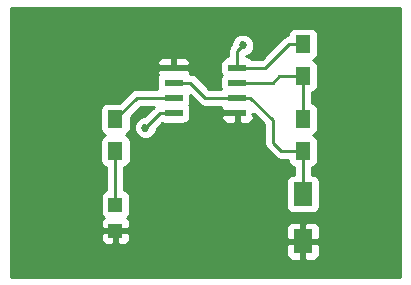
<source format=gtl>
G04 #@! TF.FileFunction,Copper,L1,Top,Signal*
%FSLAX46Y46*%
G04 Gerber Fmt 4.6, Leading zero omitted, Abs format (unit mm)*
G04 Created by KiCad (PCBNEW 4.0.5) date Sat Feb 25 16:09:27 2017*
%MOMM*%
%LPD*%
G01*
G04 APERTURE LIST*
%ADD10C,0.100000*%
%ADD11R,1.600000X2.000000*%
%ADD12R,1.200000X1.200000*%
%ADD13R,1.300000X1.500000*%
%ADD14R,1.550000X0.600000*%
%ADD15C,0.685800*%
%ADD16C,0.254000*%
G04 APERTURE END LIST*
D10*
D11*
X132080000Y-97695000D03*
X132080000Y-101695000D03*
D12*
X116205000Y-98595000D03*
X116205000Y-100795000D03*
D13*
X132080000Y-85010000D03*
X132080000Y-87710000D03*
X132080000Y-91360000D03*
X132080000Y-94060000D03*
X116205000Y-91360000D03*
X116205000Y-94060000D03*
D14*
X121125000Y-86995000D03*
X121125000Y-88265000D03*
X121125000Y-89535000D03*
X121125000Y-90805000D03*
X126525000Y-90805000D03*
X126525000Y-89535000D03*
X126525000Y-88265000D03*
X126525000Y-86995000D03*
D15*
X123825000Y-98425000D03*
X118745000Y-92075000D03*
X127000000Y-85090000D03*
D16*
X126525000Y-89535000D02*
X127635000Y-89535000D01*
X130255000Y-94060000D02*
X132080000Y-94060000D01*
X129540000Y-93345000D02*
X130255000Y-94060000D01*
X129540000Y-91440000D02*
X129540000Y-93345000D01*
X127635000Y-89535000D02*
X129540000Y-91440000D01*
X121125000Y-88265000D02*
X122555000Y-88265000D01*
X123825000Y-89535000D02*
X126525000Y-89535000D01*
X122555000Y-88265000D02*
X123825000Y-89535000D01*
X132080000Y-94060000D02*
X132080000Y-97695000D01*
X116205000Y-94060000D02*
X116205000Y-98595000D01*
X121125000Y-90805000D02*
X120015000Y-90805000D01*
X120015000Y-90805000D02*
X118745000Y-92075000D01*
X126525000Y-86995000D02*
X126525000Y-85565000D01*
X126525000Y-85565000D02*
X127000000Y-85090000D01*
X126525000Y-86995000D02*
X128905000Y-86995000D01*
X130890000Y-85010000D02*
X132080000Y-85010000D01*
X128905000Y-86995000D02*
X130890000Y-85010000D01*
X126525000Y-88265000D02*
X129540000Y-88265000D01*
X130095000Y-87710000D02*
X132080000Y-87710000D01*
X129540000Y-88265000D02*
X130095000Y-87710000D01*
X132080000Y-87710000D02*
X132080000Y-91360000D01*
X121125000Y-89535000D02*
X118030000Y-89535000D01*
X118030000Y-89535000D02*
X116205000Y-91360000D01*
G36*
X140260000Y-104700000D02*
X107390000Y-104700000D01*
X107390000Y-101080750D01*
X114970000Y-101080750D01*
X114970000Y-101521309D01*
X115066673Y-101754698D01*
X115245301Y-101933327D01*
X115478690Y-102030000D01*
X115919250Y-102030000D01*
X116078000Y-101871250D01*
X116078000Y-100922000D01*
X116332000Y-100922000D01*
X116332000Y-101871250D01*
X116490750Y-102030000D01*
X116931310Y-102030000D01*
X117050209Y-101980750D01*
X130645000Y-101980750D01*
X130645000Y-102821309D01*
X130741673Y-103054698D01*
X130920301Y-103233327D01*
X131153690Y-103330000D01*
X131794250Y-103330000D01*
X131953000Y-103171250D01*
X131953000Y-101822000D01*
X132207000Y-101822000D01*
X132207000Y-103171250D01*
X132365750Y-103330000D01*
X133006310Y-103330000D01*
X133239699Y-103233327D01*
X133418327Y-103054698D01*
X133515000Y-102821309D01*
X133515000Y-101980750D01*
X133356250Y-101822000D01*
X132207000Y-101822000D01*
X131953000Y-101822000D01*
X130803750Y-101822000D01*
X130645000Y-101980750D01*
X117050209Y-101980750D01*
X117164699Y-101933327D01*
X117343327Y-101754698D01*
X117440000Y-101521309D01*
X117440000Y-101080750D01*
X117281250Y-100922000D01*
X116332000Y-100922000D01*
X116078000Y-100922000D01*
X115128750Y-100922000D01*
X114970000Y-101080750D01*
X107390000Y-101080750D01*
X107390000Y-90610000D01*
X114907560Y-90610000D01*
X114907560Y-92110000D01*
X114951838Y-92345317D01*
X115090910Y-92561441D01*
X115303110Y-92706431D01*
X115316197Y-92709081D01*
X115103559Y-92845910D01*
X114958569Y-93058110D01*
X114907560Y-93310000D01*
X114907560Y-94810000D01*
X114951838Y-95045317D01*
X115090910Y-95261441D01*
X115303110Y-95406431D01*
X115443000Y-95434759D01*
X115443000Y-97378042D01*
X115369683Y-97391838D01*
X115153559Y-97530910D01*
X115008569Y-97743110D01*
X114957560Y-97995000D01*
X114957560Y-99195000D01*
X115001838Y-99430317D01*
X115140910Y-99646441D01*
X115209006Y-99692969D01*
X115066673Y-99835302D01*
X114970000Y-100068691D01*
X114970000Y-100509250D01*
X115128750Y-100668000D01*
X116078000Y-100668000D01*
X116078000Y-100648000D01*
X116332000Y-100648000D01*
X116332000Y-100668000D01*
X117281250Y-100668000D01*
X117380559Y-100568691D01*
X130645000Y-100568691D01*
X130645000Y-101409250D01*
X130803750Y-101568000D01*
X131953000Y-101568000D01*
X131953000Y-100218750D01*
X132207000Y-100218750D01*
X132207000Y-101568000D01*
X133356250Y-101568000D01*
X133515000Y-101409250D01*
X133515000Y-100568691D01*
X133418327Y-100335302D01*
X133239699Y-100156673D01*
X133006310Y-100060000D01*
X132365750Y-100060000D01*
X132207000Y-100218750D01*
X131953000Y-100218750D01*
X131794250Y-100060000D01*
X131153690Y-100060000D01*
X130920301Y-100156673D01*
X130741673Y-100335302D01*
X130645000Y-100568691D01*
X117380559Y-100568691D01*
X117440000Y-100509250D01*
X117440000Y-100068691D01*
X117343327Y-99835302D01*
X117202090Y-99694064D01*
X117256441Y-99659090D01*
X117401431Y-99446890D01*
X117452440Y-99195000D01*
X117452440Y-97995000D01*
X117408162Y-97759683D01*
X117269090Y-97543559D01*
X117056890Y-97398569D01*
X116967000Y-97380366D01*
X116967000Y-95436366D01*
X117090317Y-95413162D01*
X117306441Y-95274090D01*
X117451431Y-95061890D01*
X117502440Y-94810000D01*
X117502440Y-93310000D01*
X117458162Y-93074683D01*
X117319090Y-92858559D01*
X117106890Y-92713569D01*
X117093803Y-92710919D01*
X117306441Y-92574090D01*
X117451431Y-92361890D01*
X117502440Y-92110000D01*
X117502440Y-91140190D01*
X118345631Y-90297000D01*
X119445369Y-90297000D01*
X118645357Y-91097013D01*
X118551337Y-91096931D01*
X118191788Y-91245493D01*
X117916460Y-91520341D01*
X117767270Y-91879630D01*
X117766931Y-92268663D01*
X117915493Y-92628212D01*
X118190341Y-92903540D01*
X118549630Y-93052730D01*
X118938663Y-93053069D01*
X119298212Y-92904507D01*
X119573540Y-92629659D01*
X119722730Y-92270370D01*
X119722813Y-92174817D01*
X120179681Y-91717950D01*
X120350000Y-91752440D01*
X121900000Y-91752440D01*
X122135317Y-91708162D01*
X122351441Y-91569090D01*
X122496431Y-91356890D01*
X122547440Y-91105000D01*
X122547440Y-91090750D01*
X125115000Y-91090750D01*
X125115000Y-91231310D01*
X125211673Y-91464699D01*
X125390302Y-91643327D01*
X125623691Y-91740000D01*
X126239250Y-91740000D01*
X126398000Y-91581250D01*
X126398000Y-90932000D01*
X125273750Y-90932000D01*
X125115000Y-91090750D01*
X122547440Y-91090750D01*
X122547440Y-90505000D01*
X122503162Y-90269683D01*
X122439322Y-90170472D01*
X122496431Y-90086890D01*
X122547440Y-89835000D01*
X122547440Y-89335070D01*
X123286184Y-90073815D01*
X123533395Y-90238996D01*
X123825000Y-90297000D01*
X125148837Y-90297000D01*
X125115000Y-90378690D01*
X125115000Y-90519250D01*
X125273750Y-90678000D01*
X126398000Y-90678000D01*
X126398000Y-90658000D01*
X126652000Y-90658000D01*
X126652000Y-90678000D01*
X126672000Y-90678000D01*
X126672000Y-90932000D01*
X126652000Y-90932000D01*
X126652000Y-91581250D01*
X126810750Y-91740000D01*
X127426309Y-91740000D01*
X127659698Y-91643327D01*
X127838327Y-91464699D01*
X127935000Y-91231310D01*
X127935000Y-91090750D01*
X127776252Y-90932002D01*
X127935000Y-90932002D01*
X127935000Y-90912630D01*
X128778000Y-91755630D01*
X128778000Y-93345000D01*
X128836004Y-93636605D01*
X129001185Y-93883815D01*
X129716185Y-94598816D01*
X129864377Y-94697834D01*
X129963395Y-94763996D01*
X130255000Y-94822000D01*
X130784818Y-94822000D01*
X130826838Y-95045317D01*
X130965910Y-95261441D01*
X131178110Y-95406431D01*
X131318000Y-95434759D01*
X131318000Y-96047560D01*
X131280000Y-96047560D01*
X131044683Y-96091838D01*
X130828559Y-96230910D01*
X130683569Y-96443110D01*
X130632560Y-96695000D01*
X130632560Y-98695000D01*
X130676838Y-98930317D01*
X130815910Y-99146441D01*
X131028110Y-99291431D01*
X131280000Y-99342440D01*
X132880000Y-99342440D01*
X133115317Y-99298162D01*
X133331441Y-99159090D01*
X133476431Y-98946890D01*
X133527440Y-98695000D01*
X133527440Y-96695000D01*
X133483162Y-96459683D01*
X133344090Y-96243559D01*
X133131890Y-96098569D01*
X132880000Y-96047560D01*
X132842000Y-96047560D01*
X132842000Y-95436366D01*
X132965317Y-95413162D01*
X133181441Y-95274090D01*
X133326431Y-95061890D01*
X133377440Y-94810000D01*
X133377440Y-93310000D01*
X133333162Y-93074683D01*
X133194090Y-92858559D01*
X132981890Y-92713569D01*
X132968803Y-92710919D01*
X133181441Y-92574090D01*
X133326431Y-92361890D01*
X133377440Y-92110000D01*
X133377440Y-90610000D01*
X133333162Y-90374683D01*
X133194090Y-90158559D01*
X132981890Y-90013569D01*
X132842000Y-89985241D01*
X132842000Y-89086366D01*
X132965317Y-89063162D01*
X133181441Y-88924090D01*
X133326431Y-88711890D01*
X133377440Y-88460000D01*
X133377440Y-86960000D01*
X133333162Y-86724683D01*
X133194090Y-86508559D01*
X132981890Y-86363569D01*
X132968803Y-86360919D01*
X133181441Y-86224090D01*
X133326431Y-86011890D01*
X133377440Y-85760000D01*
X133377440Y-84260000D01*
X133333162Y-84024683D01*
X133194090Y-83808559D01*
X132981890Y-83663569D01*
X132730000Y-83612560D01*
X131430000Y-83612560D01*
X131194683Y-83656838D01*
X130978559Y-83795910D01*
X130833569Y-84008110D01*
X130782560Y-84260000D01*
X130782560Y-84269371D01*
X130598395Y-84306004D01*
X130478667Y-84386004D01*
X130351185Y-84471185D01*
X128589370Y-86233000D01*
X127748636Y-86233000D01*
X127551890Y-86098569D01*
X127300000Y-86047560D01*
X127287000Y-86047560D01*
X127287000Y-86029503D01*
X127553212Y-85919507D01*
X127828540Y-85644659D01*
X127977730Y-85285370D01*
X127978069Y-84896337D01*
X127829507Y-84536788D01*
X127554659Y-84261460D01*
X127195370Y-84112270D01*
X126806337Y-84111931D01*
X126446788Y-84260493D01*
X126171460Y-84535341D01*
X126022270Y-84894630D01*
X126022187Y-84990183D01*
X125986185Y-85026185D01*
X125821004Y-85273395D01*
X125763000Y-85565000D01*
X125763000Y-86047560D01*
X125750000Y-86047560D01*
X125514683Y-86091838D01*
X125298559Y-86230910D01*
X125153569Y-86443110D01*
X125102560Y-86695000D01*
X125102560Y-87295000D01*
X125146838Y-87530317D01*
X125210678Y-87629528D01*
X125153569Y-87713110D01*
X125102560Y-87965000D01*
X125102560Y-88565000D01*
X125141698Y-88773000D01*
X124140631Y-88773000D01*
X123093815Y-87726185D01*
X123074247Y-87713110D01*
X122846605Y-87561004D01*
X122555000Y-87503000D01*
X122501163Y-87503000D01*
X122535000Y-87421310D01*
X122535000Y-87280750D01*
X122376250Y-87122000D01*
X121252000Y-87122000D01*
X121252000Y-87142000D01*
X120998000Y-87142000D01*
X120998000Y-87122000D01*
X119873750Y-87122000D01*
X119715000Y-87280750D01*
X119715000Y-87421310D01*
X119804806Y-87638122D01*
X119753569Y-87713110D01*
X119702560Y-87965000D01*
X119702560Y-88565000D01*
X119741698Y-88773000D01*
X118030000Y-88773000D01*
X117738395Y-88831004D01*
X117639377Y-88897166D01*
X117491185Y-88996184D01*
X116524810Y-89962560D01*
X115555000Y-89962560D01*
X115319683Y-90006838D01*
X115103559Y-90145910D01*
X114958569Y-90358110D01*
X114907560Y-90610000D01*
X107390000Y-90610000D01*
X107390000Y-86568690D01*
X119715000Y-86568690D01*
X119715000Y-86709250D01*
X119873750Y-86868000D01*
X120998000Y-86868000D01*
X120998000Y-86218750D01*
X121252000Y-86218750D01*
X121252000Y-86868000D01*
X122376250Y-86868000D01*
X122535000Y-86709250D01*
X122535000Y-86568690D01*
X122438327Y-86335301D01*
X122259698Y-86156673D01*
X122026309Y-86060000D01*
X121410750Y-86060000D01*
X121252000Y-86218750D01*
X120998000Y-86218750D01*
X120839250Y-86060000D01*
X120223691Y-86060000D01*
X119990302Y-86156673D01*
X119811673Y-86335301D01*
X119715000Y-86568690D01*
X107390000Y-86568690D01*
X107390000Y-81990000D01*
X140260000Y-81990000D01*
X140260000Y-104700000D01*
X140260000Y-104700000D01*
G37*
X140260000Y-104700000D02*
X107390000Y-104700000D01*
X107390000Y-101080750D01*
X114970000Y-101080750D01*
X114970000Y-101521309D01*
X115066673Y-101754698D01*
X115245301Y-101933327D01*
X115478690Y-102030000D01*
X115919250Y-102030000D01*
X116078000Y-101871250D01*
X116078000Y-100922000D01*
X116332000Y-100922000D01*
X116332000Y-101871250D01*
X116490750Y-102030000D01*
X116931310Y-102030000D01*
X117050209Y-101980750D01*
X130645000Y-101980750D01*
X130645000Y-102821309D01*
X130741673Y-103054698D01*
X130920301Y-103233327D01*
X131153690Y-103330000D01*
X131794250Y-103330000D01*
X131953000Y-103171250D01*
X131953000Y-101822000D01*
X132207000Y-101822000D01*
X132207000Y-103171250D01*
X132365750Y-103330000D01*
X133006310Y-103330000D01*
X133239699Y-103233327D01*
X133418327Y-103054698D01*
X133515000Y-102821309D01*
X133515000Y-101980750D01*
X133356250Y-101822000D01*
X132207000Y-101822000D01*
X131953000Y-101822000D01*
X130803750Y-101822000D01*
X130645000Y-101980750D01*
X117050209Y-101980750D01*
X117164699Y-101933327D01*
X117343327Y-101754698D01*
X117440000Y-101521309D01*
X117440000Y-101080750D01*
X117281250Y-100922000D01*
X116332000Y-100922000D01*
X116078000Y-100922000D01*
X115128750Y-100922000D01*
X114970000Y-101080750D01*
X107390000Y-101080750D01*
X107390000Y-90610000D01*
X114907560Y-90610000D01*
X114907560Y-92110000D01*
X114951838Y-92345317D01*
X115090910Y-92561441D01*
X115303110Y-92706431D01*
X115316197Y-92709081D01*
X115103559Y-92845910D01*
X114958569Y-93058110D01*
X114907560Y-93310000D01*
X114907560Y-94810000D01*
X114951838Y-95045317D01*
X115090910Y-95261441D01*
X115303110Y-95406431D01*
X115443000Y-95434759D01*
X115443000Y-97378042D01*
X115369683Y-97391838D01*
X115153559Y-97530910D01*
X115008569Y-97743110D01*
X114957560Y-97995000D01*
X114957560Y-99195000D01*
X115001838Y-99430317D01*
X115140910Y-99646441D01*
X115209006Y-99692969D01*
X115066673Y-99835302D01*
X114970000Y-100068691D01*
X114970000Y-100509250D01*
X115128750Y-100668000D01*
X116078000Y-100668000D01*
X116078000Y-100648000D01*
X116332000Y-100648000D01*
X116332000Y-100668000D01*
X117281250Y-100668000D01*
X117380559Y-100568691D01*
X130645000Y-100568691D01*
X130645000Y-101409250D01*
X130803750Y-101568000D01*
X131953000Y-101568000D01*
X131953000Y-100218750D01*
X132207000Y-100218750D01*
X132207000Y-101568000D01*
X133356250Y-101568000D01*
X133515000Y-101409250D01*
X133515000Y-100568691D01*
X133418327Y-100335302D01*
X133239699Y-100156673D01*
X133006310Y-100060000D01*
X132365750Y-100060000D01*
X132207000Y-100218750D01*
X131953000Y-100218750D01*
X131794250Y-100060000D01*
X131153690Y-100060000D01*
X130920301Y-100156673D01*
X130741673Y-100335302D01*
X130645000Y-100568691D01*
X117380559Y-100568691D01*
X117440000Y-100509250D01*
X117440000Y-100068691D01*
X117343327Y-99835302D01*
X117202090Y-99694064D01*
X117256441Y-99659090D01*
X117401431Y-99446890D01*
X117452440Y-99195000D01*
X117452440Y-97995000D01*
X117408162Y-97759683D01*
X117269090Y-97543559D01*
X117056890Y-97398569D01*
X116967000Y-97380366D01*
X116967000Y-95436366D01*
X117090317Y-95413162D01*
X117306441Y-95274090D01*
X117451431Y-95061890D01*
X117502440Y-94810000D01*
X117502440Y-93310000D01*
X117458162Y-93074683D01*
X117319090Y-92858559D01*
X117106890Y-92713569D01*
X117093803Y-92710919D01*
X117306441Y-92574090D01*
X117451431Y-92361890D01*
X117502440Y-92110000D01*
X117502440Y-91140190D01*
X118345631Y-90297000D01*
X119445369Y-90297000D01*
X118645357Y-91097013D01*
X118551337Y-91096931D01*
X118191788Y-91245493D01*
X117916460Y-91520341D01*
X117767270Y-91879630D01*
X117766931Y-92268663D01*
X117915493Y-92628212D01*
X118190341Y-92903540D01*
X118549630Y-93052730D01*
X118938663Y-93053069D01*
X119298212Y-92904507D01*
X119573540Y-92629659D01*
X119722730Y-92270370D01*
X119722813Y-92174817D01*
X120179681Y-91717950D01*
X120350000Y-91752440D01*
X121900000Y-91752440D01*
X122135317Y-91708162D01*
X122351441Y-91569090D01*
X122496431Y-91356890D01*
X122547440Y-91105000D01*
X122547440Y-91090750D01*
X125115000Y-91090750D01*
X125115000Y-91231310D01*
X125211673Y-91464699D01*
X125390302Y-91643327D01*
X125623691Y-91740000D01*
X126239250Y-91740000D01*
X126398000Y-91581250D01*
X126398000Y-90932000D01*
X125273750Y-90932000D01*
X125115000Y-91090750D01*
X122547440Y-91090750D01*
X122547440Y-90505000D01*
X122503162Y-90269683D01*
X122439322Y-90170472D01*
X122496431Y-90086890D01*
X122547440Y-89835000D01*
X122547440Y-89335070D01*
X123286184Y-90073815D01*
X123533395Y-90238996D01*
X123825000Y-90297000D01*
X125148837Y-90297000D01*
X125115000Y-90378690D01*
X125115000Y-90519250D01*
X125273750Y-90678000D01*
X126398000Y-90678000D01*
X126398000Y-90658000D01*
X126652000Y-90658000D01*
X126652000Y-90678000D01*
X126672000Y-90678000D01*
X126672000Y-90932000D01*
X126652000Y-90932000D01*
X126652000Y-91581250D01*
X126810750Y-91740000D01*
X127426309Y-91740000D01*
X127659698Y-91643327D01*
X127838327Y-91464699D01*
X127935000Y-91231310D01*
X127935000Y-91090750D01*
X127776252Y-90932002D01*
X127935000Y-90932002D01*
X127935000Y-90912630D01*
X128778000Y-91755630D01*
X128778000Y-93345000D01*
X128836004Y-93636605D01*
X129001185Y-93883815D01*
X129716185Y-94598816D01*
X129864377Y-94697834D01*
X129963395Y-94763996D01*
X130255000Y-94822000D01*
X130784818Y-94822000D01*
X130826838Y-95045317D01*
X130965910Y-95261441D01*
X131178110Y-95406431D01*
X131318000Y-95434759D01*
X131318000Y-96047560D01*
X131280000Y-96047560D01*
X131044683Y-96091838D01*
X130828559Y-96230910D01*
X130683569Y-96443110D01*
X130632560Y-96695000D01*
X130632560Y-98695000D01*
X130676838Y-98930317D01*
X130815910Y-99146441D01*
X131028110Y-99291431D01*
X131280000Y-99342440D01*
X132880000Y-99342440D01*
X133115317Y-99298162D01*
X133331441Y-99159090D01*
X133476431Y-98946890D01*
X133527440Y-98695000D01*
X133527440Y-96695000D01*
X133483162Y-96459683D01*
X133344090Y-96243559D01*
X133131890Y-96098569D01*
X132880000Y-96047560D01*
X132842000Y-96047560D01*
X132842000Y-95436366D01*
X132965317Y-95413162D01*
X133181441Y-95274090D01*
X133326431Y-95061890D01*
X133377440Y-94810000D01*
X133377440Y-93310000D01*
X133333162Y-93074683D01*
X133194090Y-92858559D01*
X132981890Y-92713569D01*
X132968803Y-92710919D01*
X133181441Y-92574090D01*
X133326431Y-92361890D01*
X133377440Y-92110000D01*
X133377440Y-90610000D01*
X133333162Y-90374683D01*
X133194090Y-90158559D01*
X132981890Y-90013569D01*
X132842000Y-89985241D01*
X132842000Y-89086366D01*
X132965317Y-89063162D01*
X133181441Y-88924090D01*
X133326431Y-88711890D01*
X133377440Y-88460000D01*
X133377440Y-86960000D01*
X133333162Y-86724683D01*
X133194090Y-86508559D01*
X132981890Y-86363569D01*
X132968803Y-86360919D01*
X133181441Y-86224090D01*
X133326431Y-86011890D01*
X133377440Y-85760000D01*
X133377440Y-84260000D01*
X133333162Y-84024683D01*
X133194090Y-83808559D01*
X132981890Y-83663569D01*
X132730000Y-83612560D01*
X131430000Y-83612560D01*
X131194683Y-83656838D01*
X130978559Y-83795910D01*
X130833569Y-84008110D01*
X130782560Y-84260000D01*
X130782560Y-84269371D01*
X130598395Y-84306004D01*
X130478667Y-84386004D01*
X130351185Y-84471185D01*
X128589370Y-86233000D01*
X127748636Y-86233000D01*
X127551890Y-86098569D01*
X127300000Y-86047560D01*
X127287000Y-86047560D01*
X127287000Y-86029503D01*
X127553212Y-85919507D01*
X127828540Y-85644659D01*
X127977730Y-85285370D01*
X127978069Y-84896337D01*
X127829507Y-84536788D01*
X127554659Y-84261460D01*
X127195370Y-84112270D01*
X126806337Y-84111931D01*
X126446788Y-84260493D01*
X126171460Y-84535341D01*
X126022270Y-84894630D01*
X126022187Y-84990183D01*
X125986185Y-85026185D01*
X125821004Y-85273395D01*
X125763000Y-85565000D01*
X125763000Y-86047560D01*
X125750000Y-86047560D01*
X125514683Y-86091838D01*
X125298559Y-86230910D01*
X125153569Y-86443110D01*
X125102560Y-86695000D01*
X125102560Y-87295000D01*
X125146838Y-87530317D01*
X125210678Y-87629528D01*
X125153569Y-87713110D01*
X125102560Y-87965000D01*
X125102560Y-88565000D01*
X125141698Y-88773000D01*
X124140631Y-88773000D01*
X123093815Y-87726185D01*
X123074247Y-87713110D01*
X122846605Y-87561004D01*
X122555000Y-87503000D01*
X122501163Y-87503000D01*
X122535000Y-87421310D01*
X122535000Y-87280750D01*
X122376250Y-87122000D01*
X121252000Y-87122000D01*
X121252000Y-87142000D01*
X120998000Y-87142000D01*
X120998000Y-87122000D01*
X119873750Y-87122000D01*
X119715000Y-87280750D01*
X119715000Y-87421310D01*
X119804806Y-87638122D01*
X119753569Y-87713110D01*
X119702560Y-87965000D01*
X119702560Y-88565000D01*
X119741698Y-88773000D01*
X118030000Y-88773000D01*
X117738395Y-88831004D01*
X117639377Y-88897166D01*
X117491185Y-88996184D01*
X116524810Y-89962560D01*
X115555000Y-89962560D01*
X115319683Y-90006838D01*
X115103559Y-90145910D01*
X114958569Y-90358110D01*
X114907560Y-90610000D01*
X107390000Y-90610000D01*
X107390000Y-86568690D01*
X119715000Y-86568690D01*
X119715000Y-86709250D01*
X119873750Y-86868000D01*
X120998000Y-86868000D01*
X120998000Y-86218750D01*
X121252000Y-86218750D01*
X121252000Y-86868000D01*
X122376250Y-86868000D01*
X122535000Y-86709250D01*
X122535000Y-86568690D01*
X122438327Y-86335301D01*
X122259698Y-86156673D01*
X122026309Y-86060000D01*
X121410750Y-86060000D01*
X121252000Y-86218750D01*
X120998000Y-86218750D01*
X120839250Y-86060000D01*
X120223691Y-86060000D01*
X119990302Y-86156673D01*
X119811673Y-86335301D01*
X119715000Y-86568690D01*
X107390000Y-86568690D01*
X107390000Y-81990000D01*
X140260000Y-81990000D01*
X140260000Y-104700000D01*
M02*

</source>
